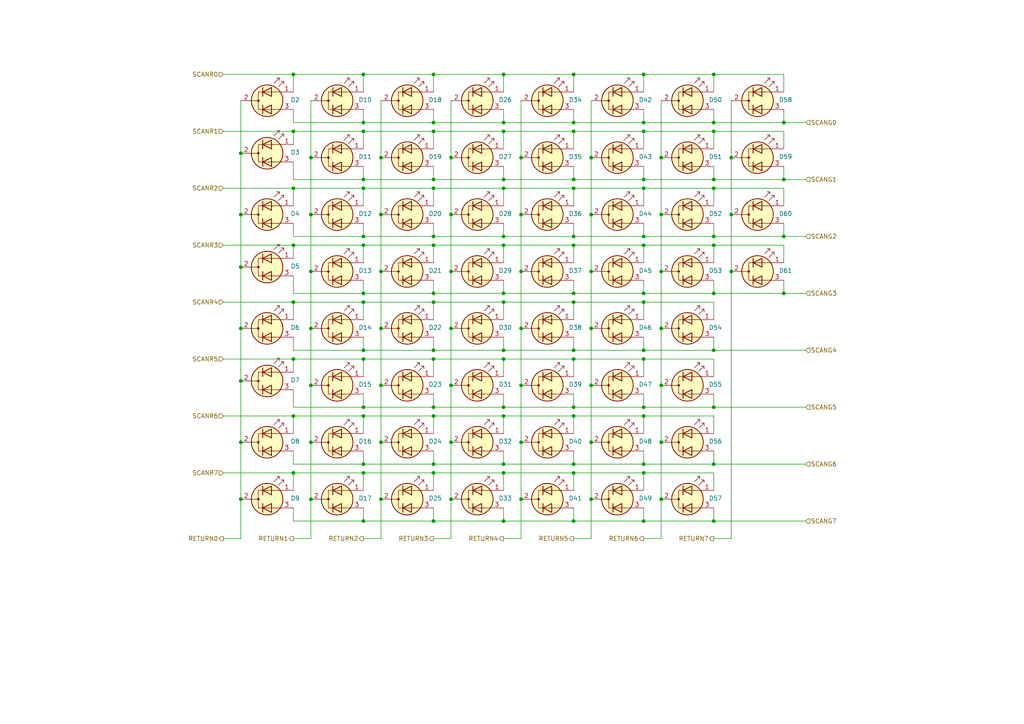
<source format=kicad_sch>
(kicad_sch (version 20250114) (generator "eeschema") (generator_version "9.0")
  (paper "A4")
  (title_block (title "Clock LEDs") (date "2025-06-09") (rev "1.0"))
  (lib_symbols
    (symbol "Device:LED_Dual_AKA" (pin_names (offset 0) (hide yes))
      (property "Reference" "D" (at 0 5.715 0))
      (property "Value" "LED_Dual_AKA" (at 0 -6.35 0))
      (symbol "LED_Dual_AKA_0_1"
        (polyline (pts (xy -4.572 0) (xy -2.54 0)))
        (circle (center -2.54 0) (radius 0.2794) (fill (type outline)))
        (polyline (pts (xy -1.27 1.27) (xy -1.27 3.81)) (stroke (width 0.254)))
        (polyline (pts (xy -1.27 -1.27) (xy -1.27 -3.81)) (stroke (width 0.254)))
        (circle (center 0 0) (radius 4.572) (stroke (width 0.254)) (fill (type background)))
        (polyline (pts (xy 1.27 1.27) (xy 1.27 3.81) (xy -1.27 2.54) (xy 1.27 1.27)) (stroke (width 0.254)))
        (polyline (pts (xy 1.27 -3.81) (xy 1.27 -1.27) (xy -1.27 -2.54) (xy 1.27 -3.81)) (stroke (width 0.254)))
        (polyline (pts (xy 2.032 5.08) (xy 3.556 6.604) (xy 2.794 6.604) (xy 3.556 6.604) (xy 3.556 5.842)))
        (polyline (pts (xy 2.032 2.54) (xy -2.54 2.54) (xy -2.54 -2.54) (xy 2.032 -2.54)))
        (polyline (pts (xy 3.302 4.064) (xy 4.826 5.588) (xy 4.064 5.588) (xy 4.826 5.588) (xy 4.826 4.826)))
        (polyline (pts (xy 3.81 2.54) (xy 1.905 2.54)))
        (polyline (pts (xy 3.81 -2.54) (xy 1.905 -2.54)))
      )
      (symbol "LED_Dual_AKA_1_1"
        (pin input line (at -7.62 0 0) (length 3.048) (name "K") (number "2"))
        (pin input line (at 7.62 2.54 180) (length 3.81) (name "A1") (number "1"))
        (pin input line (at 7.62 -2.54 180) (length 3.81) (name "A2") (number "3"))
      )
    )
  )
  (junction (at 227.33 85.09))
  (junction (at 166.37 118.11))
  (junction (at 146.05 54.61))
  (junction (at 166.37 101.6))
  (junction (at 146.05 52.07))
  (junction (at 125.73 151.13))
  (junction (at 186.69 104.14))
  (junction (at 105.41 101.6))
  (junction (at 166.37 87.63))
  (junction (at 105.41 21.59))
  (junction (at 110.49 95.25))
  (junction (at 227.33 35.56))
  (junction (at 146.05 134.62))
  (junction (at 186.69 137.16))
  (junction (at 146.05 21.59))
  (junction (at 105.41 137.16))
  (junction (at 125.73 85.09))
  (junction (at 146.05 68.58))
  (junction (at 125.73 21.59))
  (junction (at 130.81 144.78))
  (junction (at 166.37 68.58))
  (junction (at 69.85 62.23))
  (junction (at 69.85 77.47))
  (junction (at 186.69 52.07))
  (junction (at 105.41 118.11))
  (junction (at 151.13 111.76))
  (junction (at 166.37 38.1))
  (junction (at 130.81 95.25))
  (junction (at 186.69 35.56))
  (junction (at 151.13 62.23))
  (junction (at 125.73 87.63))
  (junction (at 110.49 128.27))
  (junction (at 105.41 52.07))
  (junction (at 186.69 120.65))
  (junction (at 186.69 134.62))
  (junction (at 105.41 120.65))
  (junction (at 105.41 85.09))
  (junction (at 146.05 38.1))
  (junction (at 125.73 104.14))
  (junction (at 85.09 38.1))
  (junction (at 146.05 104.14))
  (junction (at 186.69 101.6))
  (junction (at 125.73 38.1))
  (junction (at 90.17 62.23))
  (junction (at 130.81 45.72))
  (junction (at 171.45 111.76))
  (junction (at 212.09 45.72))
  (junction (at 207.01 101.6))
  (junction (at 191.77 95.25))
  (junction (at 186.69 71.12))
  (junction (at 207.01 35.56))
  (junction (at 85.09 137.16))
  (junction (at 90.17 45.72))
  (junction (at 151.13 144.78))
  (junction (at 166.37 35.56))
  (junction (at 85.09 21.59))
  (junction (at 125.73 71.12))
  (junction (at 146.05 120.65))
  (junction (at 90.17 95.25))
  (junction (at 105.41 54.61))
  (junction (at 85.09 54.61))
  (junction (at 90.17 128.27))
  (junction (at 166.37 85.09))
  (junction (at 207.01 38.1))
  (junction (at 207.01 21.59))
  (junction (at 171.45 78.74))
  (junction (at 207.01 151.13))
  (junction (at 125.73 137.16))
  (junction (at 166.37 52.07))
  (junction (at 105.41 71.12))
  (junction (at 105.41 38.1))
  (junction (at 166.37 71.12))
  (junction (at 90.17 144.78))
  (junction (at 171.45 128.27))
  (junction (at 125.73 52.07))
  (junction (at 207.01 134.62))
  (junction (at 110.49 111.76))
  (junction (at 212.09 78.74))
  (junction (at 125.73 118.11))
  (junction (at 85.09 87.63))
  (junction (at 151.13 78.74))
  (junction (at 130.81 78.74))
  (junction (at 105.41 104.14))
  (junction (at 69.85 144.78))
  (junction (at 105.41 151.13))
  (junction (at 186.69 54.61))
  (junction (at 186.69 87.63))
  (junction (at 207.01 71.12))
  (junction (at 146.05 71.12))
  (junction (at 69.85 128.27))
  (junction (at 207.01 68.58))
  (junction (at 125.73 120.65))
  (junction (at 105.41 68.58))
  (junction (at 85.09 71.12))
  (junction (at 125.73 54.61))
  (junction (at 186.69 118.11))
  (junction (at 130.81 62.23))
  (junction (at 85.09 104.14))
  (junction (at 191.77 128.27))
  (junction (at 146.05 87.63))
  (junction (at 186.69 85.09))
  (junction (at 227.33 52.07))
  (junction (at 191.77 144.78))
  (junction (at 207.01 52.07))
  (junction (at 125.73 35.56))
  (junction (at 130.81 128.27))
  (junction (at 166.37 134.62))
  (junction (at 125.73 134.62))
  (junction (at 151.13 45.72))
  (junction (at 191.77 45.72))
  (junction (at 166.37 54.61))
  (junction (at 105.41 87.63))
  (junction (at 146.05 35.56))
  (junction (at 151.13 128.27))
  (junction (at 105.41 35.56))
  (junction (at 227.33 68.58))
  (junction (at 125.73 101.6))
  (junction (at 110.49 62.23))
  (junction (at 186.69 151.13))
  (junction (at 146.05 137.16))
  (junction (at 69.85 95.25))
  (junction (at 186.69 21.59))
  (junction (at 130.81 111.76))
  (junction (at 186.69 68.58))
  (junction (at 186.69 38.1))
  (junction (at 69.85 110.49))
  (junction (at 191.77 111.76))
  (junction (at 207.01 85.09))
  (junction (at 110.49 45.72))
  (junction (at 146.05 151.13))
  (junction (at 151.13 95.25))
  (junction (at 171.45 95.25))
  (junction (at 207.01 118.11))
  (junction (at 146.05 85.09))
  (junction (at 166.37 120.65))
  (junction (at 166.37 21.59))
  (junction (at 146.05 118.11))
  (junction (at 207.01 54.61))
  (junction (at 110.49 78.74))
  (junction (at 110.49 144.78))
  (junction (at 212.09 62.23))
  (junction (at 191.77 78.74))
  (junction (at 125.73 68.58))
  (junction (at 146.05 101.6))
  (junction (at 171.45 62.23))
  (junction (at 171.45 144.78))
  (junction (at 85.09 120.65))
  (junction (at 90.17 111.76))
  (junction (at 69.85 44.45))
  (junction (at 191.77 62.23))
  (junction (at 105.41 134.62))
  (junction (at 171.45 45.72))
  (junction (at 166.37 104.14))
  (junction (at 90.17 78.74))
  (junction (at 166.37 151.13))
  (junction (at 166.37 137.16))
  (wire (pts (xy 125.73 52.07) (xy 125.73 48.26)))
  (wire (pts (xy 233.68 52.07) (xy 227.33 52.07)))
  (wire (pts (xy 125.73 54.61) (xy 146.05 54.61)))
  (wire (pts (xy 69.85 62.23) (xy 69.85 77.47)))
  (wire (pts (xy 207.01 54.61) (xy 207.01 59.69)))
  (wire (pts (xy 105.41 85.09) (xy 105.41 81.28)))
  (wire (pts (xy 85.09 64.77) (xy 85.09 68.58)))
  (wire (pts (xy 64.77 137.16) (xy 85.09 137.16)))
  (wire (pts (xy 207.01 85.09) (xy 207.01 81.28)))
  (wire (pts (xy 125.73 68.58) (xy 146.05 68.58)))
  (wire (pts (xy 105.41 71.12) (xy 125.73 71.12)))
  (wire (pts (xy 166.37 71.12) (xy 186.69 71.12)))
  (wire (pts (xy 191.77 29.21) (xy 191.77 45.72)))
  (wire (pts (xy 105.41 35.56) (xy 125.73 35.56)))
  (wire (pts (xy 85.09 46.99) (xy 85.09 52.07)))
  (wire (pts (xy 125.73 38.1) (xy 146.05 38.1)))
  (wire (pts (xy 146.05 101.6) (xy 166.37 101.6)))
  (wire (pts (xy 110.49 62.23) (xy 110.49 78.74)))
  (wire (pts (xy 105.41 104.14) (xy 125.73 104.14)))
  (wire (pts (xy 151.13 29.21) (xy 151.13 45.72)))
  (wire (pts (xy 105.41 87.63) (xy 105.41 92.71)))
  (wire (pts (xy 85.09 101.6) (xy 105.41 101.6)))
  (wire (pts (xy 186.69 52.07) (xy 207.01 52.07)))
  (wire (pts (xy 69.85 29.21) (xy 69.85 44.45)))
  (wire (pts (xy 105.41 21.59) (xy 105.41 26.67)))
  (wire (pts (xy 146.05 151.13) (xy 166.37 151.13)))
  (wire (pts (xy 105.41 134.62) (xy 125.73 134.62)))
  (wire (pts (xy 130.81 111.76) (xy 130.81 128.27)))
  (wire (pts (xy 207.01 151.13) (xy 233.68 151.13)))
  (wire (pts (xy 227.33 68.58) (xy 227.33 64.77)))
  (wire (pts (xy 186.69 118.11) (xy 186.69 114.3)))
  (wire (pts (xy 171.45 156.21) (xy 171.45 144.78)))
  (wire (pts (xy 207.01 21.59) (xy 227.33 21.59)))
  (wire (pts (xy 166.37 120.65) (xy 166.37 125.73)))
  (wire (pts (xy 105.41 120.65) (xy 105.41 125.73)))
  (wire (pts (xy 125.73 52.07) (xy 146.05 52.07)))
  (wire (pts (xy 69.85 77.47) (xy 69.85 95.25)))
  (wire (pts (xy 85.09 118.11) (xy 105.41 118.11)))
  (wire (pts (xy 207.01 134.62) (xy 233.68 134.62)))
  (wire (pts (xy 64.77 21.59) (xy 85.09 21.59)))
  (wire (pts (xy 207.01 71.12) (xy 207.01 76.2)))
  (wire (pts (xy 171.45 95.25) (xy 171.45 111.76)))
  (wire (pts (xy 125.73 104.14) (xy 146.05 104.14)))
  (wire (pts (xy 186.69 71.12) (xy 207.01 71.12)))
  (wire (pts (xy 105.41 104.14) (xy 105.41 109.22)))
  (wire (pts (xy 125.73 101.6) (xy 146.05 101.6)))
  (wire (pts (xy 166.37 38.1) (xy 166.37 43.18)))
  (wire (pts (xy 125.73 35.56) (xy 146.05 35.56)))
  (wire (pts (xy 146.05 38.1) (xy 146.05 43.18)))
  (wire (pts (xy 207.01 118.11) (xy 233.68 118.11)))
  (wire (pts (xy 166.37 101.6) (xy 186.69 101.6)))
  (wire (pts (xy 125.73 71.12) (xy 125.73 76.2)))
  (wire (pts (xy 151.13 78.74) (xy 151.13 95.25)))
  (wire (pts (xy 146.05 52.07) (xy 166.37 52.07)))
  (wire (pts (xy 105.41 156.21) (xy 110.49 156.21)))
  (wire (pts (xy 171.45 62.23) (xy 171.45 78.74)))
  (wire (pts (xy 90.17 62.23) (xy 90.17 78.74)))
  (wire (pts (xy 146.05 87.63) (xy 166.37 87.63)))
  (wire (pts (xy 125.73 54.61) (xy 125.73 59.69)))
  (wire (pts (xy 85.09 26.67) (xy 85.09 21.59)))
  (wire (pts (xy 85.09 59.69) (xy 85.09 54.61)))
  (wire (pts (xy 105.41 151.13) (xy 125.73 151.13)))
  (wire (pts (xy 233.68 68.58) (xy 227.33 68.58)))
  (wire (pts (xy 186.69 68.58) (xy 186.69 64.77)))
  (wire (pts (xy 130.81 95.25) (xy 130.81 111.76)))
  (wire (pts (xy 191.77 128.27) (xy 191.77 144.78)))
  (wire (pts (xy 227.33 52.07) (xy 227.33 48.26)))
  (wire (pts (xy 125.73 118.11) (xy 125.73 114.3)))
  (wire (pts (xy 212.09 45.72) (xy 212.09 62.23)))
  (wire (pts (xy 207.01 85.09) (xy 227.33 85.09)))
  (wire (pts (xy 105.41 52.07) (xy 125.73 52.07)))
  (wire (pts (xy 146.05 120.65) (xy 166.37 120.65)))
  (wire (pts (xy 105.41 85.09) (xy 125.73 85.09)))
  (wire (pts (xy 146.05 52.07) (xy 146.05 48.26)))
  (wire (pts (xy 171.45 128.27) (xy 171.45 144.78)))
  (wire (pts (xy 105.41 21.59) (xy 125.73 21.59)))
  (wire (pts (xy 85.09 134.62) (xy 105.41 134.62)))
  (wire (pts (xy 207.01 151.13) (xy 207.01 147.32)))
  (wire (pts (xy 186.69 87.63) (xy 186.69 92.71)))
  (wire (pts (xy 151.13 128.27) (xy 151.13 144.78)))
  (wire (pts (xy 186.69 120.65) (xy 186.69 125.73)))
  (wire (pts (xy 146.05 21.59) (xy 146.05 26.67)))
  (wire (pts (xy 90.17 128.27) (xy 90.17 144.78)))
  (wire (pts (xy 90.17 95.25) (xy 90.17 111.76)))
  (wire (pts (xy 166.37 118.11) (xy 166.37 114.3)))
  (wire (pts (xy 151.13 95.25) (xy 151.13 111.76)))
  (wire (pts (xy 191.77 156.21) (xy 191.77 144.78)))
  (wire (pts (xy 207.01 21.59) (xy 207.01 26.67)))
  (wire (pts (xy 166.37 87.63) (xy 186.69 87.63)))
  (wire (pts (xy 186.69 85.09) (xy 207.01 85.09)))
  (wire (pts (xy 105.41 35.56) (xy 105.41 31.75)))
  (wire (pts (xy 105.41 68.58) (xy 125.73 68.58)))
  (wire (pts (xy 186.69 134.62) (xy 207.01 134.62)))
  (wire (pts (xy 85.09 151.13) (xy 105.41 151.13)))
  (wire (pts (xy 186.69 137.16) (xy 186.69 142.24)))
  (wire (pts (xy 85.09 35.56) (xy 105.41 35.56)))
  (wire (pts (xy 186.69 137.16) (xy 207.01 137.16)))
  (wire (pts (xy 110.49 128.27) (xy 110.49 144.78)))
  (wire (pts (xy 105.41 68.58) (xy 105.41 64.77)))
  (wire (pts (xy 186.69 85.09) (xy 186.69 81.28)))
  (wire (pts (xy 186.69 71.12) (xy 186.69 76.2)))
  (wire (pts (xy 207.01 134.62) (xy 207.01 130.81)))
  (wire (pts (xy 166.37 38.1) (xy 186.69 38.1)))
  (wire (pts (xy 125.73 104.14) (xy 125.73 109.22)))
  (wire (pts (xy 125.73 118.11) (xy 146.05 118.11)))
  (wire (pts (xy 166.37 85.09) (xy 186.69 85.09)))
  (wire (pts (xy 125.73 85.09) (xy 146.05 85.09)))
  (wire (pts (xy 105.41 118.11) (xy 125.73 118.11)))
  (wire (pts (xy 146.05 21.59) (xy 166.37 21.59)))
  (wire (pts (xy 146.05 101.6) (xy 146.05 97.79)))
  (wire (pts (xy 207.01 101.6) (xy 207.01 97.79)))
  (wire (pts (xy 186.69 87.63) (xy 207.01 87.63)))
  (wire (pts (xy 207.01 118.11) (xy 207.01 114.3)))
  (wire (pts (xy 166.37 87.63) (xy 166.37 92.71)))
  (wire (pts (xy 125.73 120.65) (xy 146.05 120.65)))
  (wire (pts (xy 186.69 35.56) (xy 186.69 31.75)))
  (wire (pts (xy 207.01 87.63) (xy 207.01 92.71)))
  (wire (pts (xy 146.05 71.12) (xy 146.05 76.2)))
  (wire (pts (xy 207.01 38.1) (xy 227.33 38.1)))
  (wire (pts (xy 146.05 68.58) (xy 166.37 68.58)))
  (wire (pts (xy 64.77 120.65) (xy 85.09 120.65)))
  (wire (pts (xy 105.41 38.1) (xy 125.73 38.1)))
  (wire (pts (xy 90.17 78.74) (xy 90.17 95.25)))
  (wire (pts (xy 130.81 62.23) (xy 130.81 78.74)))
  (wire (pts (xy 233.68 85.09) (xy 227.33 85.09)))
  (wire (pts (xy 64.77 87.63) (xy 85.09 87.63)))
  (wire (pts (xy 125.73 151.13) (xy 125.73 147.32)))
  (wire (pts (xy 105.41 52.07) (xy 105.41 48.26)))
  (wire (pts (xy 130.81 156.21) (xy 130.81 144.78)))
  (wire (pts (xy 125.73 137.16) (xy 146.05 137.16)))
  (wire (pts (xy 85.09 97.79) (xy 85.09 101.6)))
  (wire (pts (xy 166.37 104.14) (xy 186.69 104.14)))
  (wire (pts (xy 64.77 156.21) (xy 69.85 156.21)))
  (wire (pts (xy 85.09 41.91) (xy 85.09 38.1)))
  (wire (pts (xy 166.37 35.56) (xy 186.69 35.56)))
  (wire (pts (xy 212.09 78.74) (xy 212.09 156.21)))
  (wire (pts (xy 166.37 156.21) (xy 171.45 156.21)))
  (wire (pts (xy 186.69 156.21) (xy 191.77 156.21)))
  (wire (pts (xy 105.41 151.13) (xy 105.41 147.32)))
  (wire (pts (xy 233.68 35.56) (xy 227.33 35.56)))
  (wire (pts (xy 166.37 21.59) (xy 186.69 21.59)))
  (wire (pts (xy 146.05 134.62) (xy 146.05 130.81)))
  (wire (pts (xy 125.73 137.16) (xy 125.73 142.24)))
  (wire (pts (xy 166.37 35.56) (xy 166.37 31.75)))
  (wire (pts (xy 207.01 68.58) (xy 227.33 68.58)))
  (wire (pts (xy 207.01 101.6) (xy 233.68 101.6)))
  (wire (pts (xy 146.05 156.21) (xy 151.13 156.21)))
  (wire (pts (xy 191.77 95.25) (xy 191.77 111.76)))
  (wire (pts (xy 125.73 156.21) (xy 130.81 156.21)))
  (wire (pts (xy 166.37 137.16) (xy 186.69 137.16)))
  (wire (pts (xy 85.09 74.93) (xy 85.09 71.12)))
  (wire (pts (xy 146.05 85.09) (xy 146.05 81.28)))
  (wire (pts (xy 166.37 134.62) (xy 166.37 130.81)))
  (wire (pts (xy 125.73 85.09) (xy 125.73 81.28)))
  (wire (pts (xy 212.09 29.21) (xy 212.09 45.72)))
  (wire (pts (xy 146.05 104.14) (xy 146.05 109.22)))
  (wire (pts (xy 69.85 156.21) (xy 69.85 144.78)))
  (wire (pts (xy 105.41 87.63) (xy 125.73 87.63)))
  (wire (pts (xy 105.41 120.65) (xy 125.73 120.65)))
  (wire (pts (xy 166.37 104.14) (xy 166.37 109.22)))
  (wire (pts (xy 85.09 85.09) (xy 105.41 85.09)))
  (wire (pts (xy 166.37 71.12) (xy 166.37 76.2)))
  (wire (pts (xy 105.41 71.12) (xy 105.41 76.2)))
  (wire (pts (xy 227.33 71.12) (xy 227.33 76.2)))
  (wire (pts (xy 146.05 120.65) (xy 146.05 125.73)))
  (wire (pts (xy 207.01 35.56) (xy 227.33 35.56)))
  (wire (pts (xy 105.41 101.6) (xy 105.41 97.79)))
  (wire (pts (xy 227.33 85.09) (xy 227.33 81.28)))
  (wire (pts (xy 166.37 54.61) (xy 186.69 54.61)))
  (wire (pts (xy 85.09 137.16) (xy 105.41 137.16)))
  (wire (pts (xy 130.81 128.27) (xy 130.81 144.78)))
  (wire (pts (xy 186.69 134.62) (xy 186.69 130.81)))
  (wire (pts (xy 130.81 29.21) (xy 130.81 45.72)))
  (wire (pts (xy 146.05 68.58) (xy 146.05 64.77)))
  (wire (pts (xy 227.33 38.1) (xy 227.33 43.18)))
  (wire (pts (xy 186.69 120.65) (xy 207.01 120.65)))
  (wire (pts (xy 85.09 87.63) (xy 105.41 87.63)))
  (wire (pts (xy 85.09 120.65) (xy 105.41 120.65)))
  (wire (pts (xy 186.69 104.14) (xy 207.01 104.14)))
  (wire (pts (xy 186.69 151.13) (xy 207.01 151.13)))
  (wire (pts (xy 186.69 21.59) (xy 186.69 26.67)))
  (wire (pts (xy 207.01 71.12) (xy 227.33 71.12)))
  (wire (pts (xy 227.33 21.59) (xy 227.33 26.67)))
  (wire (pts (xy 125.73 68.58) (xy 125.73 64.77)))
  (wire (pts (xy 146.05 151.13) (xy 146.05 147.32)))
  (wire (pts (xy 207.01 68.58) (xy 207.01 64.77)))
  (wire (pts (xy 207.01 52.07) (xy 227.33 52.07)))
  (wire (pts (xy 125.73 21.59) (xy 125.73 26.67)))
  (wire (pts (xy 105.41 134.62) (xy 105.41 130.81)))
  (wire (pts (xy 186.69 68.58) (xy 207.01 68.58)))
  (wire (pts (xy 146.05 137.16) (xy 166.37 137.16)))
  (wire (pts (xy 69.85 128.27) (xy 69.85 144.78)))
  (wire (pts (xy 85.09 125.73) (xy 85.09 120.65)))
  (wire (pts (xy 85.09 71.12) (xy 105.41 71.12)))
  (wire (pts (xy 90.17 29.21) (xy 90.17 45.72)))
  (wire (pts (xy 186.69 151.13) (xy 186.69 147.32)))
  (wire (pts (xy 166.37 68.58) (xy 186.69 68.58)))
  (wire (pts (xy 186.69 38.1) (xy 186.69 43.18)))
  (wire (pts (xy 125.73 134.62) (xy 125.73 130.81)))
  (wire (pts (xy 69.85 95.25) (xy 69.85 110.49)))
  (wire (pts (xy 85.09 104.14) (xy 105.41 104.14)))
  (wire (pts (xy 146.05 35.56) (xy 166.37 35.56)))
  (wire (pts (xy 186.69 54.61) (xy 186.69 59.69)))
  (wire (pts (xy 151.13 156.21) (xy 151.13 144.78)))
  (wire (pts (xy 125.73 38.1) (xy 125.73 43.18)))
  (wire (pts (xy 186.69 101.6) (xy 207.01 101.6)))
  (wire (pts (xy 207.01 52.07) (xy 207.01 48.26)))
  (wire (pts (xy 125.73 35.56) (xy 125.73 31.75)))
  (wire (pts (xy 110.49 78.74) (xy 110.49 95.25)))
  (wire (pts (xy 207.01 120.65) (xy 207.01 125.73)))
  (wire (pts (xy 166.37 52.07) (xy 166.37 48.26)))
  (wire (pts (xy 105.41 118.11) (xy 105.41 114.3)))
  (wire (pts (xy 191.77 78.74) (xy 191.77 95.25)))
  (wire (pts (xy 146.05 134.62) (xy 166.37 134.62)))
  (wire (pts (xy 110.49 29.21) (xy 110.49 45.72)))
  (wire (pts (xy 90.17 156.21) (xy 90.17 144.78)))
  (wire (pts (xy 85.09 52.07) (xy 105.41 52.07)))
  (wire (pts (xy 85.09 68.58) (xy 105.41 68.58)))
  (wire (pts (xy 186.69 35.56) (xy 207.01 35.56)))
  (wire (pts (xy 125.73 101.6) (xy 125.73 97.79)))
  (wire (pts (xy 85.09 130.81) (xy 85.09 134.62)))
  (wire (pts (xy 166.37 101.6) (xy 166.37 97.79)))
  (wire (pts (xy 146.05 38.1) (xy 166.37 38.1)))
  (wire (pts (xy 85.09 92.71) (xy 85.09 87.63)))
  (wire (pts (xy 69.85 110.49) (xy 69.85 128.27)))
  (wire (pts (xy 166.37 120.65) (xy 186.69 120.65)))
  (wire (pts (xy 110.49 111.76) (xy 110.49 128.27)))
  (wire (pts (xy 90.17 111.76) (xy 90.17 128.27)))
  (wire (pts (xy 90.17 45.72) (xy 90.17 62.23)))
  (wire (pts (xy 125.73 120.65) (xy 125.73 125.73)))
  (wire (pts (xy 110.49 95.25) (xy 110.49 111.76)))
  (wire (pts (xy 171.45 45.72) (xy 171.45 62.23)))
  (wire (pts (xy 85.09 21.59) (xy 105.41 21.59)))
  (wire (pts (xy 146.05 118.11) (xy 166.37 118.11)))
  (wire (pts (xy 130.81 78.74) (xy 130.81 95.25)))
  (wire (pts (xy 130.81 45.72) (xy 130.81 62.23)))
  (wire (pts (xy 105.41 54.61) (xy 125.73 54.61)))
  (wire (pts (xy 186.69 104.14) (xy 186.69 109.22)))
  (wire (pts (xy 186.69 118.11) (xy 207.01 118.11)))
  (wire (pts (xy 166.37 85.09) (xy 166.37 81.28)))
  (wire (pts (xy 207.01 54.61) (xy 227.33 54.61)))
  (wire (pts (xy 64.77 38.1) (xy 85.09 38.1)))
  (wire (pts (xy 207.01 38.1) (xy 207.01 43.18)))
  (wire (pts (xy 105.41 54.61) (xy 105.41 59.69)))
  (wire (pts (xy 212.09 62.23) (xy 212.09 78.74)))
  (wire (pts (xy 146.05 87.63) (xy 146.05 92.71)))
  (wire (pts (xy 207.01 156.21) (xy 212.09 156.21)))
  (wire (pts (xy 85.09 147.32) (xy 85.09 151.13)))
  (wire (pts (xy 105.41 137.16) (xy 125.73 137.16)))
  (wire (pts (xy 166.37 151.13) (xy 186.69 151.13)))
  (wire (pts (xy 146.05 137.16) (xy 146.05 142.24)))
  (wire (pts (xy 186.69 54.61) (xy 207.01 54.61)))
  (wire (pts (xy 151.13 111.76) (xy 151.13 128.27)))
  (wire (pts (xy 171.45 111.76) (xy 171.45 128.27)))
  (wire (pts (xy 191.77 62.23) (xy 191.77 78.74)))
  (wire (pts (xy 85.09 156.21) (xy 90.17 156.21)))
  (wire (pts (xy 207.01 137.16) (xy 207.01 142.24)))
  (wire (pts (xy 125.73 87.63) (xy 125.73 92.71)))
  (wire (pts (xy 85.09 113.03) (xy 85.09 118.11)))
  (wire (pts (xy 85.09 54.61) (xy 105.41 54.61)))
  (wire (pts (xy 146.05 104.14) (xy 166.37 104.14)))
  (wire (pts (xy 191.77 111.76) (xy 191.77 128.27)))
  (wire (pts (xy 166.37 52.07) (xy 186.69 52.07)))
  (wire (pts (xy 146.05 85.09) (xy 166.37 85.09)))
  (wire (pts (xy 227.33 35.56) (xy 227.33 31.75)))
  (wire (pts (xy 69.85 44.45) (xy 69.85 62.23)))
  (wire (pts (xy 64.77 54.61) (xy 85.09 54.61)))
  (wire (pts (xy 64.77 71.12) (xy 85.09 71.12)))
  (wire (pts (xy 85.09 80.01) (xy 85.09 85.09)))
  (wire (pts (xy 125.73 134.62) (xy 146.05 134.62)))
  (wire (pts (xy 191.77 45.72) (xy 191.77 62.23)))
  (wire (pts (xy 125.73 71.12) (xy 146.05 71.12)))
  (wire (pts (xy 166.37 68.58) (xy 166.37 64.77)))
  (wire (pts (xy 166.37 54.61) (xy 166.37 59.69)))
  (wire (pts (xy 85.09 38.1) (xy 105.41 38.1)))
  (wire (pts (xy 151.13 62.23) (xy 151.13 78.74)))
  (wire (pts (xy 85.09 31.75) (xy 85.09 35.56)))
  (wire (pts (xy 186.69 21.59) (xy 207.01 21.59)))
  (wire (pts (xy 105.41 38.1) (xy 105.41 43.18)))
  (wire (pts (xy 110.49 45.72) (xy 110.49 62.23)))
  (wire (pts (xy 171.45 78.74) (xy 171.45 95.25)))
  (wire (pts (xy 166.37 134.62) (xy 186.69 134.62)))
  (wire (pts (xy 110.49 156.21) (xy 110.49 144.78)))
  (wire (pts (xy 207.01 104.14) (xy 207.01 109.22)))
  (wire (pts (xy 166.37 21.59) (xy 166.37 26.67)))
  (wire (pts (xy 85.09 107.95) (xy 85.09 104.14)))
  (wire (pts (xy 85.09 142.24) (xy 85.09 137.16)))
  (wire (pts (xy 125.73 87.63) (xy 146.05 87.63)))
  (wire (pts (xy 125.73 151.13) (xy 146.05 151.13)))
  (wire (pts (xy 105.41 101.6) (xy 125.73 101.6)))
  (wire (pts (xy 151.13 45.72) (xy 151.13 62.23)))
  (wire (pts (xy 171.45 29.21) (xy 171.45 45.72)))
  (wire (pts (xy 186.69 52.07) (xy 186.69 48.26)))
  (wire (pts (xy 166.37 137.16) (xy 166.37 142.24)))
  (wire (pts (xy 146.05 71.12) (xy 166.37 71.12)))
  (wire (pts (xy 227.33 54.61) (xy 227.33 59.69)))
  (wire (pts (xy 166.37 151.13) (xy 166.37 147.32)))
  (wire (pts (xy 146.05 54.61) (xy 146.05 59.69)))
  (wire (pts (xy 146.05 118.11) (xy 146.05 114.3)))
  (wire (pts (xy 105.41 137.16) (xy 105.41 142.24)))
  (wire (pts (xy 166.37 118.11) (xy 186.69 118.11)))
  (wire (pts (xy 207.01 35.56) (xy 207.01 31.75)))
  (wire (pts (xy 146.05 54.61) (xy 166.37 54.61)))
  (wire (pts (xy 186.69 38.1) (xy 207.01 38.1)))
  (wire (pts (xy 125.73 21.59) (xy 146.05 21.59)))
  (wire (pts (xy 64.77 104.14) (xy 85.09 104.14)))
  (wire (pts (xy 186.69 101.6) (xy 186.69 97.79)))
  (wire (pts (xy 146.05 35.56) (xy 146.05 31.75)))
  (hierarchical_label "SCANR5" (shape input) (at 64.77 104.14 180))
  (hierarchical_label "SCANR3" (shape input) (at 64.77 71.12 180))
  (hierarchical_label "RETURN2" (shape output) (at 105.41 156.21 180))
  (hierarchical_label "SCANR7" (shape input) (at 64.77 137.16 180))
  (hierarchical_label "SCANR1" (shape input) (at 64.77 38.1 180))
  (hierarchical_label "SCANR0" (shape input) (at 64.77 21.59 180))
  (hierarchical_label "SCANG3" (shape input) (at 233.68 85.09 0))
  (hierarchical_label "SCANR4" (shape input) (at 64.77 87.63 180))
  (hierarchical_label "SCANG6" (shape input) (at 233.68 134.62 0))
  (hierarchical_label "RETURN1" (shape output) (at 85.09 156.21 180))
  (hierarchical_label "SCANG5" (shape input) (at 233.68 118.11 0))
  (hierarchical_label "RETURN0" (shape output) (at 64.77 156.21 180))
  (hierarchical_label "RETURN4" (shape output) (at 146.05 156.21 180))
  (hierarchical_label "SCANG7" (shape input) (at 233.68 151.13 0))
  (hierarchical_label "SCANR6" (shape input) (at 64.77 120.65 180))
  (hierarchical_label "SCANG0" (shape input) (at 233.68 35.56 0))
  (hierarchical_label "RETURN5" (shape output) (at 166.37 156.21 180))
  (hierarchical_label "SCANG4" (shape input) (at 233.68 101.6 0))
  (hierarchical_label "RETURN3" (shape output) (at 125.73 156.21 180))
  (hierarchical_label "SCANG2" (shape input) (at 233.68 68.58 0))
  (hierarchical_label "SCANG1" (shape input) (at 233.68 52.07 0))
  (hierarchical_label "RETURN6" (shape output) (at 186.69 156.21 180))
  (hierarchical_label "RETURN7" (shape output) (at 207.01 156.21 180))
  (hierarchical_label "SCANR2" (shape input) (at 64.77 54.61 180))
  (symbol (lib_id "Device:LED_Dual_AKA") (at 138.43 128.27 0) (unit 1)
    (property "Reference" "D32" (at 146.558 128.016 0))
    (property "Value" "LED_RG" (effects (hide yes)))
    (property "Description" "Dual LED, common cathode on pin 2" (effects (hide yes)))
  )
  (symbol (lib_id "Device:LED_Dual_AKA") (at 179.07 45.72 0) (unit 1)
    (property "Reference" "D43" (at 187.198 45.466 0))
    (property "Value" "LED_RG" (effects (hide yes)))
    (property "Description" "Dual LED, common cathode on pin 2" (effects (hide yes)))
  )
  (symbol (lib_id "Device:LED_Dual_AKA") (at 118.11 78.74 0) (unit 1)
    (property "Reference" "D21" (at 126.238 78.486 0))
    (property "Value" "LED_RG" (effects (hide yes)))
    (property "Description" "Dual LED, common cathode on pin 2" (effects (hide yes)))
  )
  (symbol (lib_id "Device:LED_Dual_AKA") (at 118.11 144.78 0) (unit 1)
    (property "Reference" "D25" (at 126.238 144.526 0))
    (property "Value" "LED_RG" (effects (hide yes)))
    (property "Description" "Dual LED, common cathode on pin 2" (effects (hide yes)))
  )
  (symbol (lib_id "Device:LED_Dual_AKA") (at 118.11 95.25 0) (unit 1)
    (property "Reference" "D22" (at 126.238 94.996 0))
    (property "Value" "LED_RG" (effects (hide yes)))
    (property "Description" "Dual LED, common cathode on pin 2" (effects (hide yes)))
  )
  (symbol (lib_id "Device:LED_Dual_AKA") (at 179.07 128.27 0) (unit 1)
    (property "Reference" "D48" (at 187.198 128.016 0))
    (property "Value" "LED_RG" (effects (hide yes)))
    (property "Description" "Dual LED, common cathode on pin 2" (effects (hide yes)))
  )
  (symbol (lib_id "Device:LED_Dual_AKA") (at 77.47 77.47 0) (unit 1)
    (property "Reference" "D5" (at 85.598 77.216 0))
    (property "Value" "LED_RG" (effects (hide yes)))
    (property "Description" "Dual LED, common cathode on pin 2" (effects (hide yes)))
  )
  (symbol (lib_id "Device:LED_Dual_AKA") (at 179.07 95.25 0) (unit 1)
    (property "Reference" "D46" (at 187.198 94.996 0))
    (property "Value" "LED_RG" (effects (hide yes)))
    (property "Description" "Dual LED, common cathode on pin 2" (effects (hide yes)))
  )
  (symbol (lib_id "Device:LED_Dual_AKA") (at 219.71 78.74 0) (unit 1)
    (property "Reference" "D61" (at 227.838 78.486 0))
    (property "Value" "LED_RG" (effects (hide yes)))
    (property "Description" "Dual LED, common cathode on pin 2" (effects (hide yes)))
  )
  (symbol (lib_id "Device:LED_Dual_AKA") (at 138.43 144.78 0) (unit 1)
    (property "Reference" "D33" (at 146.558 144.526 0))
    (property "Value" "LED_RG" (effects (hide yes)))
    (property "Description" "Dual LED, common cathode on pin 2" (effects (hide yes)))
  )
  (symbol (lib_id "Device:LED_Dual_AKA") (at 138.43 111.76 0) (unit 1)
    (property "Reference" "D31" (at 146.558 111.506 0))
    (property "Value" "LED_RG" (effects (hide yes)))
    (property "Description" "Dual LED, common cathode on pin 2" (effects (hide yes)))
  )
  (symbol (lib_id "Device:LED_Dual_AKA") (at 179.07 78.74 0) (unit 1)
    (property "Reference" "D45" (at 187.198 78.486 0))
    (property "Value" "LED_RG" (effects (hide yes)))
    (property "Description" "Dual LED, common cathode on pin 2" (effects (hide yes)))
  )
  (symbol (lib_id "Device:LED_Dual_AKA") (at 199.39 144.78 0) (unit 1)
    (property "Reference" "D57" (at 207.518 144.526 0))
    (property "Value" "LED_RG" (effects (hide yes)))
    (property "Description" "Dual LED, common cathode on pin 2" (effects (hide yes)))
  )
  (symbol (lib_id "Device:LED_Dual_AKA") (at 219.71 29.21 0) (unit 1)
    (property "Reference" "D58" (at 227.838 28.956 0))
    (property "Value" "LED_RG" (effects (hide yes)))
    (property "Description" "Dual LED, common cathode on pin 2" (effects (hide yes)))
  )
  (symbol (lib_id "Device:LED_Dual_AKA") (at 199.39 62.23 0) (unit 1)
    (property "Reference" "D52" (at 207.518 61.976 0))
    (property "Value" "LED_RG" (effects (hide yes)))
    (property "Description" "Dual LED, common cathode on pin 2" (effects (hide yes)))
  )
  (symbol (lib_id "Device:LED_Dual_AKA") (at 138.43 95.25 0) (unit 1)
    (property "Reference" "D30" (at 146.558 94.996 0))
    (property "Value" "LED_RG" (effects (hide yes)))
    (property "Description" "Dual LED, common cathode on pin 2" (effects (hide yes)))
  )
  (symbol (lib_id "Device:LED_Dual_AKA") (at 138.43 78.74 0) (unit 1)
    (property "Reference" "D29" (at 146.558 78.486 0))
    (property "Value" "LED_RG" (effects (hide yes)))
    (property "Description" "Dual LED, common cathode on pin 2" (effects (hide yes)))
  )
  (symbol (lib_id "Device:LED_Dual_AKA") (at 158.75 95.25 0) (unit 1)
    (property "Reference" "D38" (at 166.878 94.996 0))
    (property "Value" "LED_RG" (effects (hide yes)))
    (property "Description" "Dual LED, common cathode on pin 2" (effects (hide yes)))
  )
  (symbol (lib_id "Device:LED_Dual_AKA") (at 138.43 29.21 0) (unit 1)
    (property "Reference" "D26" (at 146.558 28.956 0))
    (property "Value" "LED_RG" (effects (hide yes)))
    (property "Description" "Dual LED, common cathode on pin 2" (effects (hide yes)))
  )
  (symbol (lib_id "Device:LED_Dual_AKA") (at 199.39 78.74 0) (unit 1)
    (property "Reference" "D53" (at 207.518 78.486 0))
    (property "Value" "LED_RG" (effects (hide yes)))
    (property "Description" "Dual LED, common cathode on pin 2" (effects (hide yes)))
  )
  (symbol (lib_id "Device:LED_Dual_AKA") (at 97.79 111.76 0) (unit 1)
    (property "Reference" "D15" (at 105.918 111.506 0))
    (property "Value" "LED_RG" (effects (hide yes)))
    (property "Description" "Dual LED, common cathode on pin 2" (effects (hide yes)))
  )
  (symbol (lib_id "Device:LED_Dual_AKA") (at 158.75 62.23 0) (unit 1)
    (property "Reference" "D36" (at 166.878 61.976 0))
    (property "Value" "LED_RG" (effects (hide yes)))
    (property "Description" "Dual LED, common cathode on pin 2" (effects (hide yes)))
  )
  (symbol (lib_id "Device:LED_Dual_AKA") (at 199.39 45.72 0) (unit 1)
    (property "Reference" "D51" (at 207.518 45.466 0))
    (property "Value" "LED_RG" (effects (hide yes)))
    (property "Description" "Dual LED, common cathode on pin 2" (effects (hide yes)))
  )
  (symbol (lib_id "Device:LED_Dual_AKA") (at 77.47 144.78 0) (unit 1)
    (property "Reference" "D9" (at 85.598 144.526 0))
    (property "Value" "LED_RG" (effects (hide yes)))
    (property "Description" "Dual LED, common cathode on pin 2" (effects (hide yes)))
  )
  (symbol (lib_id "Device:LED_Dual_AKA") (at 77.47 44.45 0) (unit 1)
    (property "Reference" "D3" (at 85.598 44.196 0))
    (property "Value" "LED_RG" (effects (hide yes)))
    (property "Description" "Dual LED, common cathode on pin 2" (effects (hide yes)))
  )
  (symbol (lib_id "Device:LED_Dual_AKA") (at 77.47 110.49 0) (unit 1)
    (property "Reference" "D7" (at 85.598 110.236 0))
    (property "Value" "LED_RG" (effects (hide yes)))
    (property "Description" "Dual LED, common cathode on pin 2" (effects (hide yes)))
  )
  (symbol (lib_id "Device:LED_Dual_AKA") (at 138.43 45.72 0) (unit 1)
    (property "Reference" "D27" (at 146.558 45.466 0))
    (property "Value" "LED_RG" (effects (hide yes)))
    (property "Description" "Dual LED, common cathode on pin 2" (effects (hide yes)))
  )
  (symbol (lib_id "Device:LED_Dual_AKA") (at 158.75 111.76 0) (unit 1)
    (property "Reference" "D39" (at 166.878 111.506 0))
    (property "Value" "LED_RG" (effects (hide yes)))
    (property "Description" "Dual LED, common cathode on pin 2" (effects (hide yes)))
  )
  (symbol (lib_id "Device:LED_Dual_AKA") (at 158.75 128.27 0) (unit 1)
    (property "Reference" "D40" (at 166.878 128.016 0))
    (property "Value" "LED_RG" (effects (hide yes)))
    (property "Description" "Dual LED, common cathode on pin 2" (effects (hide yes)))
  )
  (symbol (lib_id "Device:LED_Dual_AKA") (at 97.79 29.21 0) (unit 1)
    (property "Reference" "D10" (at 105.918 28.956 0))
    (property "Value" "LED_RG" (effects (hide yes)))
    (property "Description" "Dual LED, common cathode on pin 2" (effects (hide yes)))
  )
  (symbol (lib_id "Device:LED_Dual_AKA") (at 199.39 128.27 0) (unit 1)
    (property "Reference" "D56" (at 207.518 128.016 0))
    (property "Value" "LED_RG" (effects (hide yes)))
    (property "Description" "Dual LED, common cathode on pin 2" (effects (hide yes)))
  )
  (symbol (lib_id "Device:LED_Dual_AKA") (at 77.47 128.27 0) (unit 1)
    (property "Reference" "D8" (at 85.598 128.016 0))
    (property "Value" "LED_RG" (effects (hide yes)))
    (property "Description" "Dual LED, common cathode on pin 2" (effects (hide yes)))
  )
  (symbol (lib_id "Device:LED_Dual_AKA") (at 77.47 62.23 0) (unit 1)
    (property "Reference" "D4" (at 85.598 61.976 0))
    (property "Value" "LED_RG" (effects (hide yes)))
    (property "Description" "Dual LED, common cathode on pin 2" (effects (hide yes)))
  )
  (symbol (lib_id "Device:LED_Dual_AKA") (at 77.47 95.25 0) (unit 1)
    (property "Reference" "D6" (at 85.598 94.996 0))
    (property "Value" "LED_RG" (effects (hide yes)))
    (property "Description" "Dual LED, common cathode on pin 2" (effects (hide yes)))
  )
  (symbol (lib_id "Device:LED_Dual_AKA") (at 97.79 144.78 0) (unit 1)
    (property "Reference" "D17" (at 105.918 144.526 0))
    (property "Value" "LED_RG" (effects (hide yes)))
    (property "Description" "Dual LED, common cathode on pin 2" (effects (hide yes)))
  )
  (symbol (lib_id "Device:LED_Dual_AKA") (at 118.11 45.72 0) (unit 1)
    (property "Reference" "D19" (at 126.238 45.466 0))
    (property "Value" "LED_RG" (effects (hide yes)))
    (property "Description" "Dual LED, common cathode on pin 2" (effects (hide yes)))
  )
  (symbol (lib_id "Device:LED_Dual_AKA") (at 179.07 144.78 0) (unit 1)
    (property "Reference" "D49" (at 187.198 144.526 0))
    (property "Value" "LED_RG" (effects (hide yes)))
    (property "Description" "Dual LED, common cathode on pin 2" (effects (hide yes)))
  )
  (symbol (lib_id "Device:LED_Dual_AKA") (at 97.79 45.72 0) (unit 1)
    (property "Reference" "D11" (at 105.918 45.466 0))
    (property "Value" "LED_RG" (effects (hide yes)))
    (property "Description" "Dual LED, common cathode on pin 2" (effects (hide yes)))
  )
  (symbol (lib_id "Device:LED_Dual_AKA") (at 118.11 62.23 0) (unit 1)
    (property "Reference" "D20" (at 126.238 61.976 0))
    (property "Value" "LED_RG" (effects (hide yes)))
    (property "Description" "Dual LED, common cathode on pin 2" (effects (hide yes)))
  )
  (symbol (lib_id "Device:LED_Dual_AKA") (at 118.11 111.76 0) (unit 1)
    (property "Reference" "D23" (at 126.238 111.506 0))
    (property "Value" "LED_RG" (effects (hide yes)))
    (property "Description" "Dual LED, common cathode on pin 2" (effects (hide yes)))
  )
  (symbol (lib_id "Device:LED_Dual_AKA") (at 118.11 128.27 0) (unit 1)
    (property "Reference" "D24" (at 126.238 128.016 0))
    (property "Value" "LED_RG" (effects (hide yes)))
    (property "Description" "Dual LED, common cathode on pin 2" (effects (hide yes)))
  )
  (symbol (lib_id "Device:LED_Dual_AKA") (at 199.39 111.76 0) (unit 1)
    (property "Reference" "D55" (at 207.518 111.506 0))
    (property "Value" "LED_RG" (effects (hide yes)))
    (property "Description" "Dual LED, common cathode on pin 2" (effects (hide yes)))
  )
  (symbol (lib_id "Device:LED_Dual_AKA") (at 97.79 78.74 0) (unit 1)
    (property "Reference" "D13" (at 105.918 78.486 0))
    (property "Value" "LED_RG" (effects (hide yes)))
    (property "Description" "Dual LED, common cathode on pin 2" (effects (hide yes)))
  )
  (symbol (lib_id "Device:LED_Dual_AKA") (at 158.75 45.72 0) (unit 1)
    (property "Reference" "D35" (at 166.878 45.466 0))
    (property "Value" "LED_RG" (effects (hide yes)))
    (property "Description" "Dual LED, common cathode on pin 2" (effects (hide yes)))
  )
  (symbol (lib_id "Device:LED_Dual_AKA") (at 179.07 62.23 0) (unit 1)
    (property "Reference" "D44" (at 187.198 61.976 0))
    (property "Value" "LED_RG" (effects (hide yes)))
    (property "Description" "Dual LED, common cathode on pin 2" (effects (hide yes)))
  )
  (symbol (lib_id "Device:LED_Dual_AKA") (at 118.11 29.21 0) (unit 1)
    (property "Reference" "D18" (at 126.238 28.956 0))
    (property "Value" "LED_RG" (effects (hide yes)))
    (property "Description" "Dual LED, common cathode on pin 2" (effects (hide yes)))
  )
  (symbol (lib_id "Device:LED_Dual_AKA") (at 199.39 29.21 0) (unit 1)
    (property "Reference" "D50" (at 207.518 28.956 0))
    (property "Value" "LED_RG" (effects (hide yes)))
    (property "Description" "Dual LED, common cathode on pin 2" (effects (hide yes)))
  )
  (symbol (lib_id "Device:LED_Dual_AKA") (at 138.43 62.23 0) (unit 1)
    (property "Reference" "D28" (at 146.558 61.976 0))
    (property "Value" "LED_RG" (effects (hide yes)))
    (property "Description" "Dual LED, common cathode on pin 2" (effects (hide yes)))
  )
  (symbol (lib_id "Device:LED_Dual_AKA") (at 158.75 144.78 0) (unit 1)
    (property "Reference" "D41" (at 166.878 144.526 0))
    (property "Value" "LED_RG" (effects (hide yes)))
    (property "Description" "Dual LED, common cathode on pin 2" (effects (hide yes)))
  )
  (symbol (lib_id "Device:LED_Dual_AKA") (at 77.47 29.21 0) (unit 1)
    (property "Reference" "D2" (at 85.598 28.956 0))
    (property "Value" "LED_RG" (effects (hide yes)))
    (property "Description" "Dual LED, common cathode on pin 2" (effects (hide yes)))
  )
  (symbol (lib_id "Device:LED_Dual_AKA") (at 158.75 78.74 0) (unit 1)
    (property "Reference" "D37" (at 166.878 78.486 0))
    (property "Value" "LED_RG" (effects (hide yes)))
    (property "Description" "Dual LED, common cathode on pin 2" (effects (hide yes)))
  )
  (symbol (lib_id "Device:LED_Dual_AKA") (at 199.39 95.25 0) (unit 1)
    (property "Reference" "D54" (at 207.518 94.996 0))
    (property "Value" "LED_RG" (effects (hide yes)))
    (property "Description" "Dual LED, common cathode on pin 2" (effects (hide yes)))
  )
  (symbol (lib_id "Device:LED_Dual_AKA") (at 219.71 45.72 0) (unit 1)
    (property "Reference" "D59" (at 227.838 45.466 0))
    (property "Value" "LED_RG" (effects (hide yes)))
    (property "Description" "Dual LED, common cathode on pin 2" (effects (hide yes)))
  )
  (symbol (lib_id "Device:LED_Dual_AKA") (at 158.75 29.21 0) (unit 1)
    (property "Reference" "D34" (at 166.878 28.956 0))
    (property "Value" "LED_RG" (effects (hide yes)))
    (property "Description" "Dual LED, common cathode on pin 2" (effects (hide yes)))
  )
  (symbol (lib_id "Device:LED_Dual_AKA") (at 97.79 95.25 0) (unit 1)
    (property "Reference" "D14" (at 105.918 94.996 0))
    (property "Value" "LED_RG" (effects (hide yes)))
    (property "Description" "Dual LED, common cathode on pin 2" (effects (hide yes)))
  )
  (symbol (lib_id "Device:LED_Dual_AKA") (at 97.79 128.27 0) (unit 1)
    (property "Reference" "D16" (at 105.918 128.016 0))
    (property "Value" "LED_RG" (effects (hide yes)))
    (property "Description" "Dual LED, common cathode on pin 2" (effects (hide yes)))
  )
  (symbol (lib_id "Device:LED_Dual_AKA") (at 97.79 62.23 0) (unit 1)
    (property "Reference" "D12" (at 105.918 61.976 0))
    (property "Value" "LED_RG" (effects (hide yes)))
    (property "Description" "Dual LED, common cathode on pin 2" (effects (hide yes)))
  )
  (symbol (lib_id "Device:LED_Dual_AKA") (at 179.07 29.21 0) (unit 1)
    (property "Reference" "D42" (at 187.198 28.956 0))
    (property "Value" "LED_RG" (effects (hide yes)))
    (property "Description" "Dual LED, common cathode on pin 2" (effects (hide yes)))
  )
  (symbol (lib_id "Device:LED_Dual_AKA") (at 179.07 111.76 0) (unit 1)
    (property "Reference" "D47" (at 187.198 111.506 0))
    (property "Value" "LED_RG" (effects (hide yes)))
    (property "Description" "Dual LED, common cathode on pin 2" (effects (hide yes)))
  )
  (symbol (lib_id "Device:LED_Dual_AKA") (at 219.71 62.23 0) (unit 1)
    (property "Reference" "D60" (at 227.838 61.976 0))
    (property "Value" "LED_RG" (effects (hide yes)))
    (property "Description" "Dual LED, common cathode on pin 2" (effects (hide yes)))
  )
)
</source>
